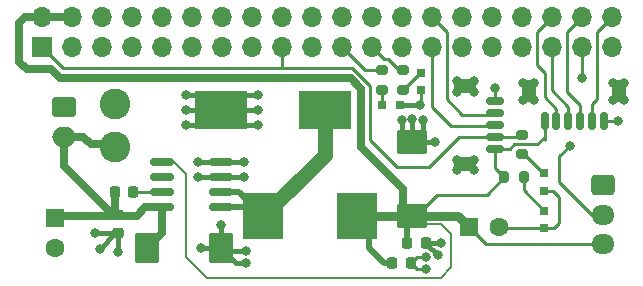
<source format=gbr>
%TF.GenerationSoftware,KiCad,Pcbnew,(6.0.1)*%
%TF.CreationDate,2023-01-01T20:52:33-08:00*%
%TF.ProjectId,RPi-Power R1,5250692d-506f-4776-9572-2052312e6b69,rev?*%
%TF.SameCoordinates,Original*%
%TF.FileFunction,Copper,L1,Top*%
%TF.FilePolarity,Positive*%
%FSLAX46Y46*%
G04 Gerber Fmt 4.6, Leading zero omitted, Abs format (unit mm)*
G04 Created by KiCad (PCBNEW (6.0.1)) date 2023-01-01 20:52:33*
%MOMM*%
%LPD*%
G01*
G04 APERTURE LIST*
G04 Aperture macros list*
%AMRoundRect*
0 Rectangle with rounded corners*
0 $1 Rounding radius*
0 $2 $3 $4 $5 $6 $7 $8 $9 X,Y pos of 4 corners*
0 Add a 4 corners polygon primitive as box body*
4,1,4,$2,$3,$4,$5,$6,$7,$8,$9,$2,$3,0*
0 Add four circle primitives for the rounded corners*
1,1,$1+$1,$2,$3*
1,1,$1+$1,$4,$5*
1,1,$1+$1,$6,$7*
1,1,$1+$1,$8,$9*
0 Add four rect primitives between the rounded corners*
20,1,$1+$1,$2,$3,$4,$5,0*
20,1,$1+$1,$4,$5,$6,$7,0*
20,1,$1+$1,$6,$7,$8,$9,0*
20,1,$1+$1,$8,$9,$2,$3,0*%
G04 Aperture macros list end*
%TA.AperFunction,SMDPad,CuDef*%
%ADD10RoundRect,0.200000X-0.275000X0.200000X-0.275000X-0.200000X0.275000X-0.200000X0.275000X0.200000X0*%
%TD*%
%TA.AperFunction,SMDPad,CuDef*%
%ADD11RoundRect,0.200000X-0.200000X-0.275000X0.200000X-0.275000X0.200000X0.275000X-0.200000X0.275000X0*%
%TD*%
%TA.AperFunction,SMDPad,CuDef*%
%ADD12R,0.800000X0.800000*%
%TD*%
%TA.AperFunction,SMDPad,CuDef*%
%ADD13RoundRect,0.150000X0.625000X-0.150000X0.625000X0.150000X-0.625000X0.150000X-0.625000X-0.150000X0*%
%TD*%
%TA.AperFunction,SMDPad,CuDef*%
%ADD14RoundRect,0.250000X0.650000X-0.350000X0.650000X0.350000X-0.650000X0.350000X-0.650000X-0.350000X0*%
%TD*%
%TA.AperFunction,SMDPad,CuDef*%
%ADD15RoundRect,0.225000X-0.250000X0.225000X-0.250000X-0.225000X0.250000X-0.225000X0.250000X0.225000X0*%
%TD*%
%TA.AperFunction,ComponentPad*%
%ADD16R,1.600000X1.600000*%
%TD*%
%TA.AperFunction,ComponentPad*%
%ADD17C,1.600000*%
%TD*%
%TA.AperFunction,SMDPad,CuDef*%
%ADD18RoundRect,0.150000X-0.150000X-0.625000X0.150000X-0.625000X0.150000X0.625000X-0.150000X0.625000X0*%
%TD*%
%TA.AperFunction,SMDPad,CuDef*%
%ADD19RoundRect,0.250000X-0.350000X-0.650000X0.350000X-0.650000X0.350000X0.650000X-0.350000X0.650000X0*%
%TD*%
%TA.AperFunction,ComponentPad*%
%ADD20RoundRect,0.250000X-0.725000X0.600000X-0.725000X-0.600000X0.725000X-0.600000X0.725000X0.600000X0*%
%TD*%
%TA.AperFunction,ComponentPad*%
%ADD21O,1.950000X1.700000*%
%TD*%
%TA.AperFunction,ComponentPad*%
%ADD22R,1.700000X1.700000*%
%TD*%
%TA.AperFunction,ComponentPad*%
%ADD23O,1.700000X1.700000*%
%TD*%
%TA.AperFunction,ComponentPad*%
%ADD24RoundRect,0.250000X-0.750000X0.600000X-0.750000X-0.600000X0.750000X-0.600000X0.750000X0.600000X0*%
%TD*%
%TA.AperFunction,ComponentPad*%
%ADD25O,2.000000X1.700000*%
%TD*%
%TA.AperFunction,SMDPad,CuDef*%
%ADD26RoundRect,0.150000X-0.825000X-0.150000X0.825000X-0.150000X0.825000X0.150000X-0.825000X0.150000X0*%
%TD*%
%TA.AperFunction,SMDPad,CuDef*%
%ADD27R,3.500000X4.000000*%
%TD*%
%TA.AperFunction,ComponentPad*%
%ADD28C,2.600000*%
%TD*%
%TA.AperFunction,SMDPad,CuDef*%
%ADD29R,4.500000X3.300000*%
%TD*%
%TA.AperFunction,SMDPad,CuDef*%
%ADD30RoundRect,0.250000X-0.787500X-1.025000X0.787500X-1.025000X0.787500X1.025000X-0.787500X1.025000X0*%
%TD*%
%TA.AperFunction,SMDPad,CuDef*%
%ADD31RoundRect,0.225000X-0.225000X-0.250000X0.225000X-0.250000X0.225000X0.250000X-0.225000X0.250000X0*%
%TD*%
%TA.AperFunction,SMDPad,CuDef*%
%ADD32RoundRect,0.250000X1.025000X-0.787500X1.025000X0.787500X-1.025000X0.787500X-1.025000X-0.787500X0*%
%TD*%
%TA.AperFunction,ViaPad*%
%ADD33C,0.800000*%
%TD*%
%TA.AperFunction,Conductor*%
%ADD34C,0.250000*%
%TD*%
%TA.AperFunction,Conductor*%
%ADD35C,0.254000*%
%TD*%
%TA.AperFunction,Conductor*%
%ADD36C,0.635000*%
%TD*%
%TA.AperFunction,Conductor*%
%ADD37C,0.381000*%
%TD*%
%TA.AperFunction,Conductor*%
%ADD38C,0.203200*%
%TD*%
%TA.AperFunction,Conductor*%
%ADD39C,0.762000*%
%TD*%
%TA.AperFunction,Conductor*%
%ADD40C,0.508000*%
%TD*%
%TA.AperFunction,Conductor*%
%ADD41C,1.270000*%
%TD*%
G04 APERTURE END LIST*
D10*
%TO.P,R4,2*%
%TO.N,Net-(D5-Pad2)*%
X43180000Y11240000D03*
%TO.P,R4,1*%
%TO.N,+3V3*%
X43180000Y12890000D03*
%TD*%
D11*
%TO.P,R3,1*%
%TO.N,+5V*%
X41720000Y9271000D03*
%TO.P,R3,2*%
%TO.N,Net-(D4-Pad2)*%
X43370000Y9271000D03*
%TD*%
D12*
%TO.P,D5,1,K*%
%TO.N,GND*%
X45085000Y8140000D03*
%TO.P,D5,2,A*%
%TO.N,Net-(D5-Pad2)*%
X45085000Y9640000D03*
%TD*%
%TO.P,D4,2,A*%
%TO.N,Net-(D4-Pad2)*%
X45085000Y6465000D03*
%TO.P,D4,1,K*%
%TO.N,GND*%
X45085000Y4965000D03*
%TD*%
D13*
%TO.P,J5,1,Pin_1*%
%TO.N,+5V*%
X40949000Y11716000D03*
%TO.P,J5,2,Pin_2*%
%TO.N,+3V3*%
X40949000Y12716000D03*
%TO.P,J5,3,Pin_3*%
%TO.N,Net-(J2-Pad27)*%
X40949000Y13716000D03*
%TO.P,J5,4,Pin_4*%
%TO.N,Net-(J2-Pad28)*%
X40949000Y14716000D03*
%TO.P,J5,5,Pin_5*%
%TO.N,GND*%
X40949000Y15716000D03*
D14*
%TO.P,J5,MP*%
%TO.N,N/C*%
X38424000Y17016000D03*
X38424000Y10416000D03*
%TD*%
D10*
%TO.P,R2,1*%
%TO.N,Net-(J2-Pad21)*%
X31369000Y18351000D03*
%TO.P,R2,2*%
%TO.N,Net-(D3-Pad2)*%
X31369000Y16701000D03*
%TD*%
%TO.P,R1,1*%
%TO.N,Net-(J2-Pad23)*%
X33147000Y18351000D03*
%TO.P,R1,2*%
%TO.N,Net-(D2-Pad2)*%
X33147000Y16701000D03*
%TD*%
D12*
%TO.P,D3,1,K*%
%TO.N,GND*%
X32881000Y15367000D03*
%TO.P,D3,2,A*%
%TO.N,Net-(D3-Pad2)*%
X31381000Y15367000D03*
%TD*%
%TO.P,D2,1,K*%
%TO.N,GND*%
X34671000Y16637000D03*
%TO.P,D2,2,A*%
%TO.N,Net-(D2-Pad2)*%
X34671000Y18137000D03*
%TD*%
D15*
%TO.P,C2,1*%
%TO.N,VCC*%
X9017000Y6109000D03*
%TO.P,C2,2*%
%TO.N,GND*%
X9017000Y4559000D03*
%TD*%
D16*
%TO.P,C8,1*%
%TO.N,+5V*%
X38735000Y5080000D03*
D17*
%TO.P,C8,2*%
%TO.N,GND*%
X41235000Y5080000D03*
%TD*%
D18*
%TO.P,J6,1,Pin_1*%
%TO.N,+5V*%
X45125000Y14042000D03*
%TO.P,J6,2,Pin_2*%
%TO.N,Net-(J2-Pad36)*%
X46125000Y14042000D03*
%TO.P,J6,3,Pin_3*%
%TO.N,Net-(J2-Pad35)*%
X47125000Y14042000D03*
%TO.P,J6,4,Pin_4*%
%TO.N,Net-(J2-Pad38)*%
X48125000Y14042000D03*
%TO.P,J6,5,Pin_5*%
%TO.N,Net-(J2-Pad40)*%
X49125000Y14042000D03*
%TO.P,J6,6,Pin_6*%
%TO.N,GND*%
X50125000Y14042000D03*
D19*
%TO.P,J6,MP*%
%TO.N,N/C*%
X43825000Y16567000D03*
X51425000Y16567000D03*
%TD*%
D20*
%TO.P,J7,1,Pin_1*%
%TO.N,GND*%
X50038000Y8636000D03*
D21*
%TO.P,J7,2,Pin_2*%
%TO.N,Net-(J2-Pad37)*%
X50038000Y6136000D03*
%TO.P,J7,3,Pin_3*%
%TO.N,+5V*%
X50038000Y3636000D03*
%TD*%
D22*
%TO.P,J2,1,3V3*%
%TO.N,+3V3*%
X2540000Y20320000D03*
D23*
%TO.P,J2,2,5V*%
%TO.N,+5V*%
X2540000Y22860000D03*
%TO.P,J2,3,SDA/GPIO2*%
%TO.N,unconnected-(J2-Pad3)*%
X5080000Y20320000D03*
%TO.P,J2,4,5V*%
%TO.N,+5V*%
X5080000Y22860000D03*
%TO.P,J2,5,SCL/GPIO3*%
%TO.N,unconnected-(J2-Pad5)*%
X7620000Y20320000D03*
%TO.P,J2,6,GND*%
%TO.N,GND*%
X7620000Y22860000D03*
%TO.P,J2,7,GCLK0/GPIO4*%
%TO.N,unconnected-(J2-Pad7)*%
X10160000Y20320000D03*
%TO.P,J2,8,GPIO14/TXD*%
%TO.N,unconnected-(J2-Pad8)*%
X10160000Y22860000D03*
%TO.P,J2,9,GND*%
%TO.N,GND*%
X12700000Y20320000D03*
%TO.P,J2,10,GPIO15/RXD*%
%TO.N,unconnected-(J2-Pad10)*%
X12700000Y22860000D03*
%TO.P,J2,11,GPIO17*%
%TO.N,unconnected-(J2-Pad11)*%
X15240000Y20320000D03*
%TO.P,J2,12,GPIO18/PWM0*%
%TO.N,unconnected-(J2-Pad12)*%
X15240000Y22860000D03*
%TO.P,J2,13,GPIO27*%
%TO.N,unconnected-(J2-Pad13)*%
X17780000Y20320000D03*
%TO.P,J2,14,GND*%
%TO.N,GND*%
X17780000Y22860000D03*
%TO.P,J2,15,GPIO22*%
%TO.N,unconnected-(J2-Pad15)*%
X20320000Y20320000D03*
%TO.P,J2,16,GPIO23*%
%TO.N,unconnected-(J2-Pad16)*%
X20320000Y22860000D03*
%TO.P,J2,17,3V3*%
%TO.N,+3V3*%
X22860000Y20320000D03*
%TO.P,J2,18,GPIO24*%
%TO.N,unconnected-(J2-Pad18)*%
X22860000Y22860000D03*
%TO.P,J2,19,MOSI0/GPIO10*%
%TO.N,unconnected-(J2-Pad19)*%
X25400000Y20320000D03*
%TO.P,J2,20,GND*%
%TO.N,GND*%
X25400000Y22860000D03*
%TO.P,J2,21,MISO0/GPIO9*%
%TO.N,Net-(J2-Pad21)*%
X27940000Y20320000D03*
%TO.P,J2,22,GPIO25*%
%TO.N,unconnected-(J2-Pad22)*%
X27940000Y22860000D03*
%TO.P,J2,23,SCLK0/GPIO11*%
%TO.N,Net-(J2-Pad23)*%
X30480000Y20320000D03*
%TO.P,J2,24,~{CE0}/GPIO8*%
%TO.N,unconnected-(J2-Pad24)*%
X30480000Y22860000D03*
%TO.P,J2,25,GND*%
%TO.N,GND*%
X33020000Y20320000D03*
%TO.P,J2,26,~{CE1}/GPIO7*%
%TO.N,unconnected-(J2-Pad26)*%
X33020000Y22860000D03*
%TO.P,J2,27,ID_SD/GPIO0*%
%TO.N,Net-(J2-Pad27)*%
X35560000Y20320000D03*
%TO.P,J2,28,ID_SC/GPIO1*%
%TO.N,Net-(J2-Pad28)*%
X35560000Y22860000D03*
%TO.P,J2,29,GCLK1/GPIO5*%
%TO.N,unconnected-(J2-Pad29)*%
X38100000Y20320000D03*
%TO.P,J2,30,GND*%
%TO.N,GND*%
X38100000Y22860000D03*
%TO.P,J2,31,GCLK2/GPIO6*%
%TO.N,unconnected-(J2-Pad31)*%
X40640000Y20320000D03*
%TO.P,J2,32,PWM0/GPIO12*%
%TO.N,unconnected-(J2-Pad32)*%
X40640000Y22860000D03*
%TO.P,J2,33,PWM1/GPIO13*%
%TO.N,unconnected-(J2-Pad33)*%
X43180000Y20320000D03*
%TO.P,J2,34,GND*%
%TO.N,GND*%
X43180000Y22860000D03*
%TO.P,J2,35,GPIO19/MISO1*%
%TO.N,Net-(J2-Pad35)*%
X45720000Y20320000D03*
%TO.P,J2,36,GPIO16*%
%TO.N,Net-(J2-Pad36)*%
X45720000Y22860000D03*
%TO.P,J2,37,GPIO26*%
%TO.N,Net-(J2-Pad37)*%
X48260000Y20320000D03*
%TO.P,J2,38,GPIO20/MOSI1*%
%TO.N,Net-(J2-Pad38)*%
X48260000Y22860000D03*
%TO.P,J2,39,GND*%
%TO.N,GND*%
X50800000Y20320000D03*
%TO.P,J2,40,GPIO21/SCLK1*%
%TO.N,Net-(J2-Pad40)*%
X50800000Y22860000D03*
%TD*%
D24*
%TO.P,J1,1,Pin_1*%
%TO.N,GND*%
X4445000Y15240000D03*
D25*
%TO.P,J1,2,Pin_2*%
%TO.N,VCC*%
X4445000Y12740000D03*
%TD*%
D26*
%TO.P,U2,1,FB*%
%TO.N,+5V*%
X12765000Y10541000D03*
%TO.P,U2,2,NC*%
%TO.N,unconnected-(U2-Pad2)*%
X12765000Y9271000D03*
%TO.P,U2,3,VC*%
%TO.N,Net-(C5-Pad2)*%
X12765000Y8001000D03*
%TO.P,U2,4,VIn*%
%TO.N,VCC*%
X12765000Y6731000D03*
%TO.P,U2,5,SW*%
%TO.N,Net-(D1-Pad1)*%
X17715000Y6731000D03*
%TO.P,U2,6,SW*%
X17715000Y8001000D03*
%TO.P,U2,7,GND*%
%TO.N,GND*%
X17715000Y9271000D03*
%TO.P,U2,8,GND*%
X17715000Y10541000D03*
%TD*%
D27*
%TO.P,L1,1,1*%
%TO.N,Net-(D1-Pad1)*%
X21273000Y5969000D03*
%TO.P,L1,2,2*%
%TO.N,+5V*%
X29273000Y5969000D03*
%TD*%
D28*
%TO.P,J4,1,Pin_1*%
%TO.N,GND*%
X8763000Y15494000D03*
%TD*%
%TO.P,J3,1,Pin_1*%
%TO.N,VCC*%
X8763000Y11811000D03*
%TD*%
D29*
%TO.P,D1,1,K*%
%TO.N,Net-(D1-Pad1)*%
X26498000Y14986000D03*
%TO.P,D1,2,A*%
%TO.N,GND*%
X17698000Y14986000D03*
%TD*%
D30*
%TO.P,C7,1*%
%TO.N,VCC*%
X11492500Y3302000D03*
%TO.P,C7,2*%
%TO.N,GND*%
X17717500Y3302000D03*
%TD*%
D31*
%TO.P,C6,1*%
%TO.N,+5V*%
X32245000Y2032000D03*
%TO.P,C6,2*%
%TO.N,GND*%
X33795000Y2032000D03*
%TD*%
%TO.P,C5,1*%
%TO.N,VCC*%
X8750000Y8001000D03*
%TO.P,C5,2*%
%TO.N,Net-(C5-Pad2)*%
X10300000Y8001000D03*
%TD*%
D32*
%TO.P,C4,1*%
%TO.N,+5V*%
X33909000Y6031500D03*
%TO.P,C4,2*%
%TO.N,GND*%
X33909000Y12256500D03*
%TD*%
D31*
%TO.P,C3,1*%
%TO.N,+5V*%
X33515000Y3683000D03*
%TO.P,C3,2*%
%TO.N,GND*%
X35065000Y3683000D03*
%TD*%
D16*
%TO.P,C1,1*%
%TO.N,VCC*%
X3683000Y5842000D03*
D17*
%TO.P,C1,2*%
%TO.N,GND*%
X3683000Y3342000D03*
%TD*%
D33*
%TO.N,GND*%
X20828000Y14986000D03*
X20828000Y16256000D03*
X20828000Y13716000D03*
X14732000Y13716000D03*
X14732000Y14986000D03*
X14732000Y16256000D03*
%TO.N,*%
X37719000Y17399000D03*
X37719000Y16510000D03*
X39116000Y17399000D03*
X39116000Y16510000D03*
X39116000Y10766000D03*
X39116000Y9877000D03*
X37719000Y9877000D03*
X37719000Y10766000D03*
X43323000Y17259000D03*
X44212000Y17259000D03*
X44212000Y15862000D03*
X43323000Y15862000D03*
X50923000Y17259000D03*
X51812000Y17259000D03*
X51812000Y15862000D03*
X50923000Y15862000D03*
%TO.N,GND*%
X7493000Y3239988D03*
X7049500Y4559000D03*
X9017000Y2986000D03*
X51347000Y14042000D03*
X15747500Y9271000D03*
X15747500Y10541000D03*
X19682500Y9271000D03*
X19682500Y10541000D03*
X17717500Y5269500D03*
X35876500Y12256500D03*
X33020000Y14159500D03*
X34798000Y14159500D03*
X36081000Y2667000D03*
X33909000Y14224000D03*
X19812000Y3048000D03*
X19812000Y2032000D03*
X16002002Y3302000D03*
X35052000Y1523998D03*
X35052000Y2540001D03*
X40949000Y16819000D03*
X36322000Y3683000D03*
X34544000Y15367000D03*
%TO.N,Net-(J2-Pad37)*%
X47244000Y11938000D03*
X48260000Y17653000D03*
%TD*%
D34*
%TO.N,+5V*%
X43133000Y3636000D02*
X40179000Y3636000D01*
%TO.N,GND*%
X45922500Y4965000D02*
X45085000Y4965000D01*
X45835000Y8140000D02*
X46355000Y7620000D01*
X46355000Y7620000D02*
X46355000Y5397500D01*
X46355000Y5397500D02*
X45922500Y4965000D01*
X45085000Y8140000D02*
X45835000Y8140000D01*
D35*
%TO.N,Net-(J2-Pad37)*%
X46355000Y8890000D02*
X46355000Y11049000D01*
X46355000Y11049000D02*
X47244000Y11938000D01*
X49109000Y6136000D02*
X46355000Y8890000D01*
X50038000Y6136000D02*
X49109000Y6136000D01*
D34*
%TO.N,GND*%
X41350000Y4965000D02*
X41235000Y5080000D01*
X45085000Y4965000D02*
X41350000Y4965000D01*
%TO.N,Net-(D4-Pad2)*%
X43370000Y9271000D02*
X43370000Y8180000D01*
X43370000Y8180000D02*
X45085000Y6465000D01*
%TO.N,+5V*%
X40949000Y10042000D02*
X41720000Y9271000D01*
X40949000Y11716000D02*
X40949000Y10042000D01*
X37909500Y7810500D02*
X40259500Y7810500D01*
X37909500Y7810500D02*
X36004500Y7810500D01*
X38798500Y7810500D02*
X37909500Y7810500D01*
X40259500Y7810500D02*
X41720000Y9271000D01*
D35*
X42196000Y11716000D02*
X40949000Y11716000D01*
X42545000Y12065000D02*
X42196000Y11716000D01*
X44450000Y12065000D02*
X42545000Y12065000D01*
X45125000Y12740000D02*
X44450000Y12065000D01*
D34*
%TO.N,Net-(D5-Pad2)*%
X43358000Y11240000D02*
X44958000Y9640000D01*
X43180000Y11240000D02*
X43358000Y11240000D01*
%TO.N,+3V3*%
X43006000Y12716000D02*
X43180000Y12890000D01*
X40949000Y12716000D02*
X43006000Y12716000D01*
X22860000Y20320000D02*
X22860000Y18542000D01*
X4318000Y18542000D02*
X26162000Y18542000D01*
X2540000Y20320000D02*
X4318000Y18542000D01*
X26162000Y18542000D02*
X28829000Y18542000D01*
X32639000Y10160000D02*
X35306000Y10160000D01*
X35306000Y10160000D02*
X37862000Y12716000D01*
X37862000Y12716000D02*
X40949000Y12716000D01*
X28829000Y18542000D02*
X30353000Y17018000D01*
X30353000Y17018000D02*
X30353000Y12446000D01*
X30353000Y12446000D02*
X32639000Y10160000D01*
D36*
%TO.N,+5V*%
X33147000Y8255000D02*
X33147000Y6793500D01*
X29591000Y11811000D02*
X33147000Y8255000D01*
X33147000Y6793500D02*
X33909000Y6031500D01*
X29591000Y16764000D02*
X29591000Y11811000D01*
X28702000Y17653000D02*
X29591000Y16764000D01*
X22987000Y17653000D02*
X28702000Y17653000D01*
X22987000Y17653000D02*
X4064000Y17653000D01*
X4064000Y17653000D02*
X3302000Y18415000D01*
X1270000Y18415000D02*
X3302000Y18415000D01*
D37*
%TO.N,GND*%
X18542000Y14986000D02*
X20909998Y14986000D01*
X18542000Y13716000D02*
X20828000Y13716000D01*
X18542000Y16256000D02*
X20828000Y16256000D01*
X17018000Y16256000D02*
X14732000Y16256000D01*
X17018000Y14986000D02*
X14650002Y14986000D01*
X17018000Y13716000D02*
X14732000Y13716000D01*
D38*
%TO.N,+5V*%
X34606500Y5334000D02*
X33909000Y6031500D01*
X36322000Y5334000D02*
X34606500Y5334000D01*
X37211000Y1651000D02*
X37211000Y4445000D01*
X37211000Y4445000D02*
X36322000Y5334000D01*
X36322000Y762000D02*
X37211000Y1651000D01*
X16510000Y762000D02*
X36322000Y762000D01*
X14732000Y9549000D02*
X14732000Y2540000D01*
X13740000Y10541000D02*
X14732000Y9549000D01*
X12765000Y10541000D02*
X13740000Y10541000D01*
X14732000Y2540000D02*
X16510000Y762000D01*
D34*
X40179000Y3636000D02*
X38735000Y5080000D01*
X50038000Y3636000D02*
X43133000Y3636000D01*
D39*
X37783500Y6031500D02*
X38735000Y5080000D01*
X36513500Y6031500D02*
X37783500Y6031500D01*
X35622500Y6031500D02*
X36513500Y6031500D01*
D35*
X34225500Y6031500D02*
X36004500Y7810500D01*
D37*
%TO.N,GND*%
X7049500Y4559000D02*
X9017000Y4559000D01*
X8787500Y4559000D02*
X7468488Y3239988D01*
X9017000Y4559000D02*
X9017000Y2986000D01*
D35*
X50125000Y14042000D02*
X51347000Y14042000D01*
D37*
X15747500Y9271000D02*
X17715000Y9271000D01*
X15747500Y10541000D02*
X17715000Y10541000D01*
X19682500Y9271000D02*
X17715000Y9271000D01*
X19682500Y10541000D02*
X17715000Y10541000D01*
X17717500Y5269500D02*
X17717500Y3302000D01*
X35876500Y12256500D02*
X33909000Y12256500D01*
X33020000Y14159500D02*
X33020000Y12192000D01*
X34798000Y14159500D02*
X34798000Y12192000D01*
X35078000Y3670000D02*
X36081000Y2667000D01*
D40*
X33795000Y2032000D02*
X33795000Y2019000D01*
D37*
X33909000Y14224000D02*
X33909000Y12256500D01*
X17717500Y3302000D02*
X18987500Y2032000D01*
X18987500Y2032000D02*
X19812000Y2032000D01*
X17971500Y3048000D02*
X19812000Y3048000D01*
X17717500Y3302000D02*
X17971500Y3048000D01*
X17717500Y3302000D02*
X16002002Y3302000D01*
D34*
X34303002Y1523998D02*
X33795000Y2032000D01*
X35052000Y1523998D02*
X34303002Y1523998D01*
X34303001Y2540001D02*
X33795000Y2032000D01*
X35052000Y2540001D02*
X34303001Y2540001D01*
D35*
X40949000Y15597000D02*
X40949000Y16819000D01*
D37*
X35078000Y3683000D02*
X36322000Y3683000D01*
X34544000Y15367000D02*
X32881000Y15367000D01*
D34*
X34671000Y15494000D02*
X34544000Y15367000D01*
X34671000Y16637000D02*
X34671000Y15494000D01*
D36*
%TO.N,VCC*%
X12765000Y4574500D02*
X11492500Y3302000D01*
X12765000Y6731000D02*
X12765000Y4574500D01*
X8750000Y6161000D02*
X8636000Y6047000D01*
X8750000Y8001000D02*
X8750000Y6161000D01*
X12765000Y6731000D02*
X11303000Y6731000D01*
X10619000Y6047000D02*
X8636000Y6047000D01*
X11303000Y6731000D02*
X10619000Y6047000D01*
X3888000Y6047000D02*
X3683000Y5842000D01*
X8636000Y6047000D02*
X3888000Y6047000D01*
X4445000Y10238000D02*
X4445000Y12740000D01*
X8636000Y6047000D02*
X4445000Y10238000D01*
X4445000Y12740000D02*
X6056000Y12740000D01*
X6731000Y12065000D02*
X9525000Y12065000D01*
X6056000Y12740000D02*
X6731000Y12065000D01*
D39*
%TO.N,+5V*%
X29335500Y6031500D02*
X29273000Y5969000D01*
D40*
X30226000Y3302000D02*
X30226000Y5016000D01*
X30226000Y5016000D02*
X29273000Y5969000D01*
X32245000Y2032000D02*
X31496000Y2032000D01*
X31496000Y2032000D02*
X30226000Y3302000D01*
X34023000Y5917500D02*
X33909000Y6031500D01*
X33515000Y3683000D02*
X33515000Y5917500D01*
D38*
X32258000Y2019000D02*
X32245000Y2032000D01*
X33909000Y6031500D02*
X34225500Y6031500D01*
D35*
X34354500Y6477000D02*
X33909000Y6031500D01*
D36*
X1143000Y22860000D02*
X5080000Y22860000D01*
X635000Y22352000D02*
X1143000Y22860000D01*
X635000Y19050000D02*
X635000Y22352000D01*
X1270000Y18415000D02*
X635000Y19050000D01*
D39*
X31558500Y6031500D02*
X29335500Y6031500D01*
X33909000Y6031500D02*
X31558500Y6031500D01*
X31558500Y6031500D02*
X35622500Y6031500D01*
D35*
X45125000Y12740000D02*
X45125000Y12486000D01*
X45125000Y14042000D02*
X45125000Y12740000D01*
%TO.N,Net-(C5-Pad2)*%
X10300000Y8001000D02*
X12765000Y8001000D01*
D40*
%TO.N,Net-(D1-Pad1)*%
X19241000Y8001000D02*
X21273000Y5969000D01*
X17715000Y8001000D02*
X19241000Y8001000D01*
X20511000Y6731000D02*
X21273000Y5969000D01*
X17715000Y6731000D02*
X20511000Y6731000D01*
D41*
X26498000Y11194000D02*
X21273000Y5969000D01*
X26498000Y14986000D02*
X26498000Y11194000D01*
D35*
%TO.N,Net-(J2-Pad28)*%
X40949000Y14597000D02*
X38108000Y14597000D01*
X38108000Y14597000D02*
X36830000Y15875000D01*
X36830000Y21590000D02*
X35560000Y22860000D01*
X36830000Y15875000D02*
X36830000Y21590000D01*
%TO.N,Net-(J2-Pad27)*%
X35560000Y20320000D02*
X35560000Y15240000D01*
X37203000Y13597000D02*
X40949000Y13597000D01*
X35560000Y15240000D02*
X37203000Y13597000D01*
D34*
%TO.N,Net-(J2-Pad23)*%
X30480000Y20320000D02*
X31496000Y19304000D01*
X31496000Y19304000D02*
X31877000Y19304000D01*
X32830000Y18351000D02*
X33147000Y18351000D01*
X31877000Y19304000D02*
X32830000Y18351000D01*
%TO.N,Net-(J2-Pad21)*%
X31369000Y18351000D02*
X29909000Y18351000D01*
X29909000Y18351000D02*
X27940000Y20320000D01*
D35*
%TO.N,Net-(J2-Pad40)*%
X49530000Y15875000D02*
X49530000Y21590000D01*
X49530000Y21590000D02*
X50800000Y22860000D01*
X49125000Y15470000D02*
X49530000Y15875000D01*
X49125000Y14042000D02*
X49125000Y15470000D01*
%TO.N,Net-(J2-Pad38)*%
X48260000Y22860000D02*
X46990000Y21590000D01*
X48125000Y15375000D02*
X48125000Y14042000D01*
X46990000Y16510000D02*
X48125000Y15375000D01*
X46990000Y21590000D02*
X46990000Y16510000D01*
%TO.N,Net-(J2-Pad37)*%
X48260000Y20320000D02*
X48260000Y17653000D01*
%TO.N,Net-(J2-Pad36)*%
X45720000Y22860000D02*
X44450000Y21590000D01*
X44450000Y21590000D02*
X44450000Y18796000D01*
X46125000Y14042000D02*
X46125000Y15089000D01*
X45148500Y16065500D02*
X45148500Y18097500D01*
X46125000Y15089000D02*
X45148500Y16065500D01*
X44450000Y18796000D02*
X45148500Y18097500D01*
%TO.N,Net-(J2-Pad35)*%
X45720000Y20320000D02*
X45720000Y16637000D01*
X47125000Y15232000D02*
X47125000Y14042000D01*
X45720000Y16637000D02*
X47125000Y15232000D01*
D34*
%TO.N,Net-(D2-Pad2)*%
X34583000Y18137000D02*
X33147000Y16701000D01*
X34671000Y18137000D02*
X34583000Y18137000D01*
%TO.N,Net-(D3-Pad2)*%
X31369000Y15379000D02*
X31381000Y15367000D01*
X31369000Y16701000D02*
X31369000Y15379000D01*
%TD*%
M02*

</source>
